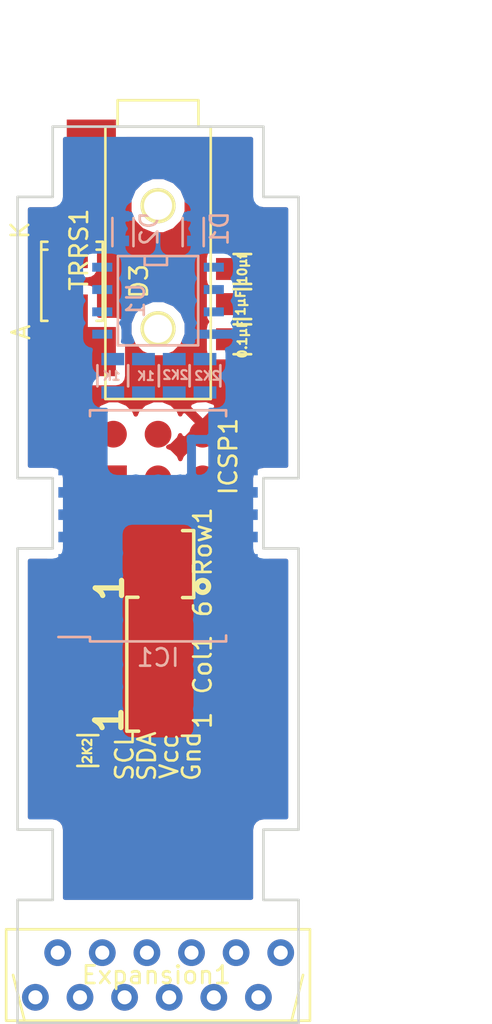
<source format=kicad_pcb>
(kicad_pcb (version 4) (host pcbnew 4.0.5+dfsg1-4)

  (general
    (links 62)
    (no_connects 54)
    (area 41.924999 44.924999 58.075001 96.075001)
    (thickness 1.6)
    (drawings 36)
    (tracks 0)
    (zones 0)
    (modules 19)
    (nets 22)
  )

  (page A4)
  (layers
    (0 F.Cu signal)
    (31 B.Cu signal)
    (32 B.Adhes user hide)
    (33 F.Adhes user hide)
    (34 B.Paste user hide)
    (35 F.Paste user hide)
    (36 B.SilkS user)
    (37 F.SilkS user)
    (38 B.Mask user hide)
    (39 F.Mask user hide)
    (40 Dwgs.User user)
    (41 Cmts.User user)
    (42 Eco1.User user)
    (43 Eco2.User user)
    (44 Edge.Cuts user)
    (45 Margin user)
    (46 B.CrtYd user hide)
    (47 F.CrtYd user)
    (48 B.Fab user hide)
    (49 F.Fab user hide)
  )

  (setup
    (last_trace_width 0.25)
    (user_trace_width 0.6)
    (trace_clearance 0.2)
    (zone_clearance 0.508)
    (zone_45_only no)
    (trace_min 0.2)
    (segment_width 0.2)
    (edge_width 0.15)
    (via_size 0.6)
    (via_drill 0.4)
    (via_min_size 0.4)
    (via_min_drill 0.3)
    (uvia_size 0.3)
    (uvia_drill 0.1)
    (uvias_allowed no)
    (uvia_min_size 0.2)
    (uvia_min_drill 0.1)
    (pcb_text_width 0.3)
    (pcb_text_size 1.5 1.5)
    (mod_edge_width 0.15)
    (mod_text_size 1 1)
    (mod_text_width 0.15)
    (pad_size 1.6 3.4)
    (pad_drill 0)
    (pad_to_mask_clearance 0.2)
    (aux_axis_origin 50 45)
    (visible_elements FFFFFF7F)
    (pcbplotparams
      (layerselection 0x00030_80000001)
      (usegerberextensions false)
      (excludeedgelayer true)
      (linewidth 0.100000)
      (plotframeref false)
      (viasonmask false)
      (mode 1)
      (useauxorigin false)
      (hpglpennumber 1)
      (hpglpenspeed 20)
      (hpglpendiameter 15)
      (hpglpenoverlay 2)
      (psnegative false)
      (psa4output false)
      (plotreference true)
      (plotvalue true)
      (plotinvisibletext false)
      (padsonsilk false)
      (subtractmaskfromsilk false)
      (outputformat 1)
      (mirror false)
      (drillshape 1)
      (scaleselection 1)
      (outputdirectory ""))
  )

  (net 0 "")
  (net 1 "Net-(Col1-Pad1)")
  (net 2 "Net-(Col1-Pad2)")
  (net 3 "Net-(Col1-Pad3)")
  (net 4 "Net-(Col1-Pad4)")
  (net 5 "Net-(Col1-Pad5)")
  (net 6 "Net-(Col1-Pad6)")
  (net 7 /MiSo)
  (net 8 +5V)
  (net 9 /SCL_2)
  (net 10 /MoSi)
  (net 11 /Rst)
  (net 12 GND)
  (net 13 "Net-(IC1-Pad4)")
  (net 14 "Net-(IC1-Pad7)")
  (net 15 /SCL)
  (net 16 /SDA)
  (net 17 /ADC_V)
  (net 18 /ADC_H+int0)
  (net 19 /I2C_bridge/SCL_connector)
  (net 20 /I2C_bridge/SDA_connector)
  (net 21 "Net-(D3-Pad2)")

  (net_class Default "This is the default net class."
    (clearance 0.2)
    (trace_width 0.25)
    (via_dia 0.6)
    (via_drill 0.4)
    (uvia_dia 0.3)
    (uvia_drill 0.1)
    (add_net +5V)
    (add_net /ADC_H+int0)
    (add_net /ADC_V)
    (add_net /I2C_bridge/SCL_connector)
    (add_net /I2C_bridge/SDA_connector)
    (add_net /MiSo)
    (add_net /MoSi)
    (add_net /Rst)
    (add_net /SCL)
    (add_net /SCL_2)
    (add_net /SDA)
    (add_net GND)
    (add_net "Net-(Col1-Pad1)")
    (add_net "Net-(Col1-Pad2)")
    (add_net "Net-(Col1-Pad3)")
    (add_net "Net-(Col1-Pad4)")
    (add_net "Net-(Col1-Pad5)")
    (add_net "Net-(Col1-Pad6)")
    (add_net "Net-(D3-Pad2)")
    (add_net "Net-(IC1-Pad4)")
    (add_net "Net-(IC1-Pad7)")
  )

  (net_class power ""
    (clearance 0.3)
    (trace_width 0.4)
    (via_dia 0.8)
    (via_drill 0.6)
    (uvia_dia 0.3)
    (uvia_drill 0.1)
  )

  (module Housings_SOIC:SOIC-20W_7.5x12.8mm_Pitch1.27mm (layer B.Cu) (tedit 57503549) (tstamp 58E6045C)
    (at 50 67.715)
    (descr "20-Lead Plastic Small Outline (SO) - Wide, 7.50 mm Body [SOIC] (see Microchip Packaging Specification 00000049BS.pdf)")
    (tags "SOIC 1.27")
    (path /58E28365)
    (attr smd)
    (fp_text reference IC1 (at 0 7.5) (layer B.SilkS)
      (effects (font (size 1 1) (thickness 0.15)) (justify mirror))
    )
    (fp_text value ATTINY861A-S (at 0 -7.5) (layer B.Fab)
      (effects (font (size 1 1) (thickness 0.15)) (justify mirror))
    )
    (fp_line (start -2.75 6.4) (end 3.75 6.4) (layer B.Fab) (width 0.15))
    (fp_line (start 3.75 6.4) (end 3.75 -6.4) (layer B.Fab) (width 0.15))
    (fp_line (start 3.75 -6.4) (end -3.75 -6.4) (layer B.Fab) (width 0.15))
    (fp_line (start -3.75 -6.4) (end -3.75 5.4) (layer B.Fab) (width 0.15))
    (fp_line (start -3.75 5.4) (end -2.75 6.4) (layer B.Fab) (width 0.15))
    (fp_line (start -5.95 6.75) (end -5.95 -6.75) (layer B.CrtYd) (width 0.05))
    (fp_line (start 5.95 6.75) (end 5.95 -6.75) (layer B.CrtYd) (width 0.05))
    (fp_line (start -5.95 6.75) (end 5.95 6.75) (layer B.CrtYd) (width 0.05))
    (fp_line (start -5.95 -6.75) (end 5.95 -6.75) (layer B.CrtYd) (width 0.05))
    (fp_line (start -3.875 6.575) (end -3.875 6.325) (layer B.SilkS) (width 0.15))
    (fp_line (start 3.875 6.575) (end 3.875 6.24) (layer B.SilkS) (width 0.15))
    (fp_line (start 3.875 -6.575) (end 3.875 -6.24) (layer B.SilkS) (width 0.15))
    (fp_line (start -3.875 -6.575) (end -3.875 -6.24) (layer B.SilkS) (width 0.15))
    (fp_line (start -3.875 6.575) (end 3.875 6.575) (layer B.SilkS) (width 0.15))
    (fp_line (start -3.875 -6.575) (end 3.875 -6.575) (layer B.SilkS) (width 0.15))
    (fp_line (start -3.875 6.325) (end -5.675 6.325) (layer B.SilkS) (width 0.15))
    (pad 1 smd rect (at -4.7 5.715) (size 1.95 0.6) (layers B.Cu B.Paste B.Mask)
      (net 10 /MoSi))
    (pad 2 smd rect (at -4.7 4.445) (size 1.95 0.6) (layers B.Cu B.Paste B.Mask)
      (net 7 /MiSo))
    (pad 3 smd rect (at -4.7 3.175) (size 1.95 0.6) (layers B.Cu B.Paste B.Mask)
      (net 9 /SCL_2))
    (pad 4 smd rect (at -4.7 1.905) (size 1.95 0.6) (layers B.Cu B.Paste B.Mask)
      (net 13 "Net-(IC1-Pad4)"))
    (pad 5 smd rect (at -4.7 0.635) (size 1.95 0.6) (layers B.Cu B.Paste B.Mask)
      (net 8 +5V))
    (pad 6 smd rect (at -4.7 -0.635) (size 1.95 0.6) (layers B.Cu B.Paste B.Mask)
      (net 12 GND))
    (pad 7 smd rect (at -4.7 -1.905) (size 1.95 0.6) (layers B.Cu B.Paste B.Mask)
      (net 14 "Net-(IC1-Pad7)"))
    (pad 8 smd rect (at -4.7 -3.175) (size 1.95 0.6) (layers B.Cu B.Paste B.Mask)
      (net 17 /ADC_V))
    (pad 9 smd rect (at -4.7 -4.445) (size 1.95 0.6) (layers B.Cu B.Paste B.Mask)
      (net 18 /ADC_H+int0))
    (pad 10 smd rect (at -4.7 -5.715) (size 1.95 0.6) (layers B.Cu B.Paste B.Mask)
      (net 11 /Rst))
    (pad 11 smd rect (at 4.7 -5.715) (size 1.95 0.6) (layers B.Cu B.Paste B.Mask)
      (net 6 "Net-(Col1-Pad6)"))
    (pad 12 smd rect (at 4.7 -4.445) (size 1.95 0.6) (layers B.Cu B.Paste B.Mask)
      (net 5 "Net-(Col1-Pad5)"))
    (pad 13 smd rect (at 4.7 -3.175) (size 1.95 0.6) (layers B.Cu B.Paste B.Mask)
      (net 4 "Net-(Col1-Pad4)"))
    (pad 14 smd rect (at 4.7 -1.905) (size 1.95 0.6) (layers B.Cu B.Paste B.Mask)
      (net 3 "Net-(Col1-Pad3)"))
    (pad 15 smd rect (at 4.7 -0.635) (size 1.95 0.6) (layers B.Cu B.Paste B.Mask)
      (net 8 +5V))
    (pad 16 smd rect (at 4.7 0.635) (size 1.95 0.6) (layers B.Cu B.Paste B.Mask)
      (net 12 GND))
    (pad 17 smd rect (at 4.7 1.905) (size 1.95 0.6) (layers B.Cu B.Paste B.Mask)
      (net 2 "Net-(Col1-Pad2)"))
    (pad 18 smd rect (at 4.7 3.175) (size 1.95 0.6) (layers B.Cu B.Paste B.Mask)
      (net 15 /SCL))
    (pad 19 smd rect (at 4.7 4.445) (size 1.95 0.6) (layers B.Cu B.Paste B.Mask)
      (net 1 "Net-(Col1-Pad1)"))
    (pad 20 smd rect (at 4.7 5.715) (size 1.95 0.6) (layers B.Cu B.Paste B.Mask)
      (net 16 /SDA))
    (model Housings_SOIC.3dshapes/SOIC-20_7.5x12.8mm_Pitch1.27mm.wrl
      (at (xyz 0 0 0))
      (scale (xyz 1 1 1))
      (rotate (xyz 0 0 0))
    )
  )

  (module myComponents:solderPads_4_Grove_I2C (layer F.Cu) (tedit 58E53D59) (tstamp 58E55026)
    (at 50 84)
    (path /58E54ECF)
    (fp_text reference I2C1 (at 0.635 2.54) (layer F.SilkS) hide
      (effects (font (size 1 1) (thickness 0.15)))
    )
    (fp_text value CONN_01X04 (at 0.635 2.54) (layer F.Fab)
      (effects (font (size 1 1) (thickness 0.15)))
    )
    (fp_text user SDA (at -0.635 -3.175 90) (layer F.SilkS)
      (effects (font (size 1 1) (thickness 0.15)))
    )
    (fp_text user SCL (at -1.905 -3.175 90) (layer F.SilkS)
      (effects (font (size 1 1) (thickness 0.15)))
    )
    (fp_text user Gnd (at 1.905 -3.175 90) (layer F.SilkS)
      (effects (font (size 1 1) (thickness 0.15)))
    )
    (fp_text user Vcc (at 0.635 -3.175 90) (layer F.SilkS)
      (effects (font (size 1 1) (thickness 0.15)))
    )
    (pad 1 smd rect (at -1.905 0) (size 0.9 3) (layers F.Cu F.Paste F.Mask)
      (net 16 /SDA))
    (pad 2 smd rect (at -0.635 0) (size 0.9 3) (layers F.Cu F.Paste F.Mask)
      (net 15 /SCL))
    (pad 3 smd rect (at 0.635 0) (size 0.9 3) (layers F.Cu F.Paste F.Mask)
      (net 8 +5V))
    (pad 4 smd rect (at 1.905 0) (size 0.9 3) (layers F.Cu F.Paste F.Mask)
      (net 12 GND))
  )

  (module Capacitors_SMD:C_0805 (layer F.Cu) (tedit 58E6699A) (tstamp 58E665DA)
    (at 54.8 53.1)
    (descr "Capacitor SMD 0805, reflow soldering, AVX (see smccp.pdf)")
    (tags "capacitor 0805")
    (path /58E667B4/58E68B64)
    (attr smd)
    (fp_text reference C1 (at 2.5 0) (layer F.Fab)
      (effects (font (size 1 1) (thickness 0.15)))
    )
    (fp_text value 10µf (at 0 0 270) (layer F.SilkS)
      (effects (font (size 0.5 0.5) (thickness 0.125)))
    )
    (fp_line (start -1 0.625) (end -1 -0.625) (layer F.Fab) (width 0.15))
    (fp_line (start 1 0.625) (end -1 0.625) (layer F.Fab) (width 0.15))
    (fp_line (start 1 -0.625) (end 1 0.625) (layer F.Fab) (width 0.15))
    (fp_line (start -1 -0.625) (end 1 -0.625) (layer F.Fab) (width 0.15))
    (fp_line (start -1.8 -1) (end 1.8 -1) (layer F.CrtYd) (width 0.05))
    (fp_line (start -1.8 1) (end 1.8 1) (layer F.CrtYd) (width 0.05))
    (fp_line (start -1.8 -1) (end -1.8 1) (layer F.CrtYd) (width 0.05))
    (fp_line (start 1.8 -1) (end 1.8 1) (layer F.CrtYd) (width 0.05))
    (fp_line (start 0.5 -0.85) (end -0.5 -0.85) (layer F.SilkS) (width 0.15))
    (fp_line (start -0.5 0.85) (end 0.5 0.85) (layer F.SilkS) (width 0.15))
    (pad 1 smd rect (at -1 0) (size 1 1.25) (layers F.Cu F.Paste F.Mask)
      (net 8 +5V))
    (pad 2 smd rect (at 1 0) (size 1 1.25) (layers F.Cu F.Paste F.Mask)
      (net 12 GND))
    (model Capacitors_SMD.3dshapes/C_0805.wrl
      (at (xyz 0 0 0))
      (scale (xyz 1 1 1))
      (rotate (xyz 0 0 0))
    )
  )

  (module Capacitors_SMD:C_0805 (layer F.Cu) (tedit 58E669AE) (tstamp 58E665EA)
    (at 54.8 55.1)
    (descr "Capacitor SMD 0805, reflow soldering, AVX (see smccp.pdf)")
    (tags "capacitor 0805")
    (path /58E667B4/58E68B6B)
    (attr smd)
    (fp_text reference C2 (at 2.404999 -0.065) (layer F.Fab)
      (effects (font (size 1 1) (thickness 0.15)))
    )
    (fp_text value 1µF (at -0.095001 -0.065 270) (layer F.SilkS)
      (effects (font (size 0.5 0.5) (thickness 0.125)))
    )
    (fp_line (start -1 0.625) (end -1 -0.625) (layer F.Fab) (width 0.15))
    (fp_line (start 1 0.625) (end -1 0.625) (layer F.Fab) (width 0.15))
    (fp_line (start 1 -0.625) (end 1 0.625) (layer F.Fab) (width 0.15))
    (fp_line (start -1 -0.625) (end 1 -0.625) (layer F.Fab) (width 0.15))
    (fp_line (start -1.8 -1) (end 1.8 -1) (layer F.CrtYd) (width 0.05))
    (fp_line (start -1.8 1) (end 1.8 1) (layer F.CrtYd) (width 0.05))
    (fp_line (start -1.8 -1) (end -1.8 1) (layer F.CrtYd) (width 0.05))
    (fp_line (start 1.8 -1) (end 1.8 1) (layer F.CrtYd) (width 0.05))
    (fp_line (start 0.5 -0.85) (end -0.5 -0.85) (layer F.SilkS) (width 0.15))
    (fp_line (start -0.5 0.85) (end 0.5 0.85) (layer F.SilkS) (width 0.15))
    (pad 1 smd rect (at -1 0) (size 1 1.25) (layers F.Cu F.Paste F.Mask)
      (net 8 +5V))
    (pad 2 smd rect (at 1 0) (size 1 1.25) (layers F.Cu F.Paste F.Mask)
      (net 12 GND))
    (model Capacitors_SMD.3dshapes/C_0805.wrl
      (at (xyz 0 0 0))
      (scale (xyz 1 1 1))
      (rotate (xyz 0 0 0))
    )
  )

  (module Capacitors_SMD:C_0805 (layer F.Cu) (tedit 58E669DD) (tstamp 58E665FA)
    (at 54.8 57.1)
    (descr "Capacitor SMD 0805, reflow soldering, AVX (see smccp.pdf)")
    (tags "capacitor 0805")
    (path /58E667B4/58E68B72)
    (attr smd)
    (fp_text reference C3 (at 2.5 0) (layer F.Fab)
      (effects (font (size 1 1) (thickness 0.15)))
    )
    (fp_text value 0.1µF (at 0 0 270) (layer F.SilkS)
      (effects (font (size 0.5 0.5) (thickness 0.125)))
    )
    (fp_line (start -1 0.625) (end -1 -0.625) (layer F.Fab) (width 0.15))
    (fp_line (start 1 0.625) (end -1 0.625) (layer F.Fab) (width 0.15))
    (fp_line (start 1 -0.625) (end 1 0.625) (layer F.Fab) (width 0.15))
    (fp_line (start -1 -0.625) (end 1 -0.625) (layer F.Fab) (width 0.15))
    (fp_line (start -1.8 -1) (end 1.8 -1) (layer F.CrtYd) (width 0.05))
    (fp_line (start -1.8 1) (end 1.8 1) (layer F.CrtYd) (width 0.05))
    (fp_line (start -1.8 -1) (end -1.8 1) (layer F.CrtYd) (width 0.05))
    (fp_line (start 1.8 -1) (end 1.8 1) (layer F.CrtYd) (width 0.05))
    (fp_line (start 0.5 -0.85) (end -0.5 -0.85) (layer F.SilkS) (width 0.15))
    (fp_line (start -0.5 0.85) (end 0.5 0.85) (layer F.SilkS) (width 0.15))
    (pad 1 smd rect (at -1 0) (size 1 1.25) (layers F.Cu F.Paste F.Mask)
      (net 8 +5V))
    (pad 2 smd rect (at 1 0) (size 1 1.25) (layers F.Cu F.Paste F.Mask)
      (net 12 GND))
    (model Capacitors_SMD.3dshapes/C_0805.wrl
      (at (xyz 0 0 0))
      (scale (xyz 1 1 1))
      (rotate (xyz 0 0 0))
    )
  )

  (module Diodes_SMD:SOD-523 (layer B.Cu) (tedit 0) (tstamp 58E665FB)
    (at 52 50.8 90)
    (descr "http://www.diodes.com/datasheets/ap02001.pdf p.144")
    (tags "Diode SOD523")
    (path /58E667B4/58E68B27)
    (attr smd)
    (fp_text reference D1 (at 0 1.5 90) (layer B.SilkS)
      (effects (font (size 1 1) (thickness 0.15)) (justify mirror))
    )
    (fp_text value VESD05a1 (at 0 -1.7 90) (layer B.Fab)
      (effects (font (size 1 1) (thickness 0.15)) (justify mirror))
    )
    (fp_line (start 1.25 0.75) (end 1.25 -0.75) (layer B.CrtYd) (width 0.05))
    (fp_line (start -1.25 0.75) (end 1.25 0.75) (layer B.CrtYd) (width 0.05))
    (fp_line (start -1.25 -0.75) (end -1.25 0.75) (layer B.CrtYd) (width 0.05))
    (fp_line (start 1.25 -0.75) (end -1.25 -0.75) (layer B.CrtYd) (width 0.05))
    (fp_line (start 0.1 0) (end 0.25 0) (layer B.Fab) (width 0.15))
    (fp_line (start 0.1 0.2) (end -0.2 0) (layer B.Fab) (width 0.15))
    (fp_line (start 0.1 -0.2) (end 0.1 0.2) (layer B.Fab) (width 0.15))
    (fp_line (start -0.2 0) (end 0.1 -0.2) (layer B.Fab) (width 0.15))
    (fp_line (start -0.2 0) (end -0.35 0) (layer B.Fab) (width 0.15))
    (fp_line (start -0.2 -0.2) (end -0.2 0.2) (layer B.Fab) (width 0.15))
    (fp_line (start 0.6 0.4) (end 0.6 -0.4) (layer B.Fab) (width 0.15))
    (fp_line (start -0.6 0.4) (end 0.6 0.4) (layer B.Fab) (width 0.15))
    (fp_line (start -0.6 -0.4) (end -0.6 0.4) (layer B.Fab) (width 0.15))
    (fp_line (start 0.6 -0.4) (end -0.6 -0.4) (layer B.Fab) (width 0.15))
    (fp_line (start 0.6 0.6) (end -1 0.6) (layer B.SilkS) (width 0.15))
    (fp_line (start 0.6 -0.6) (end -1 -0.6) (layer B.SilkS) (width 0.15))
    (pad 2 smd rect (at 0.7 0 270) (size 0.6 0.7) (layers B.Cu B.Paste B.Mask)
      (net 12 GND))
    (pad 1 smd rect (at -0.7 0 270) (size 0.6 0.7) (layers B.Cu B.Paste B.Mask)
      (net 19 /I2C_bridge/SCL_connector))
  )

  (module Diodes_SMD:SOD-523 (layer B.Cu) (tedit 0) (tstamp 58E66625)
    (at 48 50.8 90)
    (descr "http://www.diodes.com/datasheets/ap02001.pdf p.144")
    (tags "Diode SOD523")
    (path /58E667B4/58E68B2E)
    (attr smd)
    (fp_text reference D2 (at 0 1.5 90) (layer B.SilkS)
      (effects (font (size 1 1) (thickness 0.15)) (justify mirror))
    )
    (fp_text value VESD05a1 (at 0 -1.7 90) (layer B.Fab)
      (effects (font (size 1 1) (thickness 0.15)) (justify mirror))
    )
    (fp_line (start 1.25 0.75) (end 1.25 -0.75) (layer B.CrtYd) (width 0.05))
    (fp_line (start -1.25 0.75) (end 1.25 0.75) (layer B.CrtYd) (width 0.05))
    (fp_line (start -1.25 -0.75) (end -1.25 0.75) (layer B.CrtYd) (width 0.05))
    (fp_line (start 1.25 -0.75) (end -1.25 -0.75) (layer B.CrtYd) (width 0.05))
    (fp_line (start 0.1 0) (end 0.25 0) (layer B.Fab) (width 0.15))
    (fp_line (start 0.1 0.2) (end -0.2 0) (layer B.Fab) (width 0.15))
    (fp_line (start 0.1 -0.2) (end 0.1 0.2) (layer B.Fab) (width 0.15))
    (fp_line (start -0.2 0) (end 0.1 -0.2) (layer B.Fab) (width 0.15))
    (fp_line (start -0.2 0) (end -0.35 0) (layer B.Fab) (width 0.15))
    (fp_line (start -0.2 -0.2) (end -0.2 0.2) (layer B.Fab) (width 0.15))
    (fp_line (start 0.6 0.4) (end 0.6 -0.4) (layer B.Fab) (width 0.15))
    (fp_line (start -0.6 0.4) (end 0.6 0.4) (layer B.Fab) (width 0.15))
    (fp_line (start -0.6 -0.4) (end -0.6 0.4) (layer B.Fab) (width 0.15))
    (fp_line (start 0.6 -0.4) (end -0.6 -0.4) (layer B.Fab) (width 0.15))
    (fp_line (start 0.6 0.6) (end -1 0.6) (layer B.SilkS) (width 0.15))
    (fp_line (start 0.6 -0.6) (end -1 -0.6) (layer B.SilkS) (width 0.15))
    (pad 2 smd rect (at 0.7 0 270) (size 0.6 0.7) (layers B.Cu B.Paste B.Mask)
      (net 12 GND))
    (pad 1 smd rect (at -0.7 0 270) (size 0.6 0.7) (layers B.Cu B.Paste B.Mask)
      (net 20 /I2C_bridge/SDA_connector))
  )

  (module Diodes_SMD:SMA_Standard (layer F.Cu) (tedit 552FF239) (tstamp 58E6663A)
    (at 45.1 53.80102 270)
    (descr "Diode SMA")
    (tags "Diode SMA")
    (path /58E2BB79)
    (attr smd)
    (fp_text reference D3 (at 0 -3.81 270) (layer F.SilkS)
      (effects (font (size 1 1) (thickness 0.15)))
    )
    (fp_text value SS14 (at 0 4.3 270) (layer F.Fab)
      (effects (font (size 1 1) (thickness 0.15)))
    )
    (fp_line (start -3.5 -2) (end 3.5 -2) (layer F.CrtYd) (width 0.05))
    (fp_line (start 3.5 -2) (end 3.5 2) (layer F.CrtYd) (width 0.05))
    (fp_line (start 3.5 2) (end -3.5 2) (layer F.CrtYd) (width 0.05))
    (fp_line (start -3.5 2) (end -3.5 -2) (layer F.CrtYd) (width 0.05))
    (fp_text user K (at -2.9 2.95 270) (layer F.SilkS)
      (effects (font (size 1 1) (thickness 0.15)))
    )
    (fp_text user A (at 2.9 2.9 270) (layer F.SilkS)
      (effects (font (size 1 1) (thickness 0.15)))
    )
    (fp_circle (center 0 0) (end 0.20066 -0.0508) (layer F.Adhes) (width 0.381))
    (fp_line (start -1.79914 1.75006) (end -1.79914 1.39954) (layer F.SilkS) (width 0.15))
    (fp_line (start -1.79914 -1.75006) (end -1.79914 -1.39954) (layer F.SilkS) (width 0.15))
    (fp_line (start 2.25044 1.75006) (end 2.25044 1.39954) (layer F.SilkS) (width 0.15))
    (fp_line (start -2.25044 1.75006) (end -2.25044 1.39954) (layer F.SilkS) (width 0.15))
    (fp_line (start -2.25044 -1.75006) (end -2.25044 -1.39954) (layer F.SilkS) (width 0.15))
    (fp_line (start 2.25044 -1.75006) (end 2.25044 -1.39954) (layer F.SilkS) (width 0.15))
    (fp_line (start -2.25044 1.75006) (end 2.25044 1.75006) (layer F.SilkS) (width 0.15))
    (fp_line (start -2.25044 -1.75006) (end 2.25044 -1.75006) (layer F.SilkS) (width 0.15))
    (pad 1 smd rect (at -1.99898 0 270) (size 2.49936 1.80086) (layers F.Cu F.Paste F.Mask)
      (net 8 +5V))
    (pad 2 smd rect (at 1.99898 0 270) (size 2.49936 1.80086) (layers F.Cu F.Paste F.Mask)
      (net 21 "Net-(D3-Pad2)"))
    (model Diodes_SMD.3dshapes/SMA_Standard.wrl
      (at (xyz 0 0 0))
      (scale (xyz 0.3937 0.3937 0.3937))
      (rotate (xyz 0 0 180))
    )
  )

  (module SMD_Packages:SOIC-8-N (layer B.Cu) (tedit 0) (tstamp 58E6668D)
    (at 50 54.905 270)
    (descr "Module Narrow CMS SOJ 8 pins large")
    (tags "CMS SOJ")
    (path /58E667B4/58E68B1E)
    (attr smd)
    (fp_text reference U1 (at 0 1.27 270) (layer B.SilkS)
      (effects (font (size 1 1) (thickness 0.15)) (justify mirror))
    )
    (fp_text value P82B715 (at 0 -1.27 270) (layer B.Fab)
      (effects (font (size 1 1) (thickness 0.15)) (justify mirror))
    )
    (fp_line (start -2.54 2.286) (end 2.54 2.286) (layer B.SilkS) (width 0.15))
    (fp_line (start 2.54 2.286) (end 2.54 -2.286) (layer B.SilkS) (width 0.15))
    (fp_line (start 2.54 -2.286) (end -2.54 -2.286) (layer B.SilkS) (width 0.15))
    (fp_line (start -2.54 -2.286) (end -2.54 2.286) (layer B.SilkS) (width 0.15))
    (fp_line (start -2.54 0.762) (end -2.032 0.762) (layer B.SilkS) (width 0.15))
    (fp_line (start -2.032 0.762) (end -2.032 -0.508) (layer B.SilkS) (width 0.15))
    (fp_line (start -2.032 -0.508) (end -2.54 -0.508) (layer B.SilkS) (width 0.15))
    (pad 8 smd rect (at -1.905 3.175 270) (size 0.508 1.143) (layers B.Cu B.Paste B.Mask)
      (net 8 +5V))
    (pad 7 smd rect (at -0.635 3.175 270) (size 0.508 1.143) (layers B.Cu B.Paste B.Mask)
      (net 19 /I2C_bridge/SCL_connector))
    (pad 6 smd rect (at 0.635 3.175 270) (size 0.508 1.143) (layers B.Cu B.Paste B.Mask)
      (net 15 /SCL))
    (pad 5 smd rect (at 1.905 3.175 270) (size 0.508 1.143) (layers B.Cu B.Paste B.Mask))
    (pad 4 smd rect (at 1.905 -3.175 270) (size 0.508 1.143) (layers B.Cu B.Paste B.Mask)
      (net 12 GND))
    (pad 3 smd rect (at 0.635 -3.175 270) (size 0.508 1.143) (layers B.Cu B.Paste B.Mask)
      (net 16 /SDA))
    (pad 2 smd rect (at -0.635 -3.175 270) (size 0.508 1.143) (layers B.Cu B.Paste B.Mask)
      (net 20 /I2C_bridge/SDA_connector))
    (pad 1 smd rect (at -1.905 -3.175 270) (size 0.508 1.143) (layers B.Cu B.Paste B.Mask))
    (model SMD_Packages.3dshapes/SOIC-8-N.wrl
      (at (xyz 0 0 0))
      (scale (xyz 0.5 0.38 0.5))
      (rotate (xyz 0 0 0))
    )
  )

  (module Resistors_SMD:R_0805 (layer B.Cu) (tedit 58E66A9B) (tstamp 58E67486)
    (at 47.421242 59.177666 270)
    (descr "Resistor SMD 0805, reflow soldering, Vishay (see dcrcw.pdf)")
    (tags "resistor 0805")
    (path /58E667B4/58E68B35)
    (attr smd)
    (fp_text reference R1 (at 2.254999 0.065 270) (layer B.Fab)
      (effects (font (size 1 1) (thickness 0.15)) (justify mirror))
    )
    (fp_text value 1K (at 0.004999 0.065 360) (layer B.SilkS)
      (effects (font (size 0.5 0.5) (thickness 0.125)) (justify mirror))
    )
    (fp_line (start -1 -0.625) (end -1 0.625) (layer B.Fab) (width 0.1))
    (fp_line (start 1 -0.625) (end -1 -0.625) (layer B.Fab) (width 0.1))
    (fp_line (start 1 0.625) (end 1 -0.625) (layer B.Fab) (width 0.1))
    (fp_line (start -1 0.625) (end 1 0.625) (layer B.Fab) (width 0.1))
    (fp_line (start -1.6 1) (end 1.6 1) (layer B.CrtYd) (width 0.05))
    (fp_line (start -1.6 -1) (end 1.6 -1) (layer B.CrtYd) (width 0.05))
    (fp_line (start -1.6 1) (end -1.6 -1) (layer B.CrtYd) (width 0.05))
    (fp_line (start 1.6 1) (end 1.6 -1) (layer B.CrtYd) (width 0.05))
    (fp_line (start 0.6 -0.875) (end -0.6 -0.875) (layer B.SilkS) (width 0.15))
    (fp_line (start -0.6 0.875) (end 0.6 0.875) (layer B.SilkS) (width 0.15))
    (pad 1 smd rect (at -0.95 0 270) (size 0.7 1.3) (layers B.Cu B.Paste B.Mask)
      (net 19 /I2C_bridge/SCL_connector))
    (pad 2 smd rect (at 0.95 0 270) (size 0.7 1.3) (layers B.Cu B.Paste B.Mask)
      (net 8 +5V))
    (model Resistors_SMD.3dshapes/R_0805.wrl
      (at (xyz 0 0 0))
      (scale (xyz 1 1 1))
      (rotate (xyz 0 0 0))
    )
  )

  (module Resistors_SMD:R_0805 (layer B.Cu) (tedit 58E66A6F) (tstamp 58E67495)
    (at 49.171242 59.177666 270)
    (descr "Resistor SMD 0805, reflow soldering, Vishay (see dcrcw.pdf)")
    (tags "resistor 0805")
    (path /58E667B4/58E68B3C)
    (attr smd)
    (fp_text reference R2 (at 2.264999 0.115 270) (layer B.Fab)
      (effects (font (size 1 1) (thickness 0.15)) (justify mirror))
    )
    (fp_text value 1K (at 0.014999 -0.135 360) (layer B.SilkS)
      (effects (font (size 0.5 0.5) (thickness 0.125)) (justify mirror))
    )
    (fp_line (start -1 -0.625) (end -1 0.625) (layer B.Fab) (width 0.1))
    (fp_line (start 1 -0.625) (end -1 -0.625) (layer B.Fab) (width 0.1))
    (fp_line (start 1 0.625) (end 1 -0.625) (layer B.Fab) (width 0.1))
    (fp_line (start -1 0.625) (end 1 0.625) (layer B.Fab) (width 0.1))
    (fp_line (start -1.6 1) (end 1.6 1) (layer B.CrtYd) (width 0.05))
    (fp_line (start -1.6 -1) (end 1.6 -1) (layer B.CrtYd) (width 0.05))
    (fp_line (start -1.6 1) (end -1.6 -1) (layer B.CrtYd) (width 0.05))
    (fp_line (start 1.6 1) (end 1.6 -1) (layer B.CrtYd) (width 0.05))
    (fp_line (start 0.6 -0.875) (end -0.6 -0.875) (layer B.SilkS) (width 0.15))
    (fp_line (start -0.6 0.875) (end 0.6 0.875) (layer B.SilkS) (width 0.15))
    (pad 1 smd rect (at -0.95 0 270) (size 0.7 1.3) (layers B.Cu B.Paste B.Mask)
      (net 20 /I2C_bridge/SDA_connector))
    (pad 2 smd rect (at 0.95 0 270) (size 0.7 1.3) (layers B.Cu B.Paste B.Mask)
      (net 8 +5V))
    (model Resistors_SMD.3dshapes/R_0805.wrl
      (at (xyz 0 0 0))
      (scale (xyz 1 1 1))
      (rotate (xyz 0 0 0))
    )
  )

  (module Resistors_SMD:R_0805 (layer B.Cu) (tedit 58E66AB2) (tstamp 58E674A4)
    (at 50.921242 59.177666 270)
    (descr "Resistor SMD 0805, reflow soldering, Vishay (see dcrcw.pdf)")
    (tags "resistor 0805")
    (path /58E667B4/58E68B4A)
    (attr smd)
    (fp_text reference R3 (at 2.204999 -0.065 270) (layer B.Fab)
      (effects (font (size 1 1) (thickness 0.15)) (justify mirror))
    )
    (fp_text value 2K2 (at -0.045001 -0.065 360) (layer B.SilkS)
      (effects (font (size 0.5 0.5) (thickness 0.125)) (justify mirror))
    )
    (fp_line (start -1 -0.625) (end -1 0.625) (layer B.Fab) (width 0.1))
    (fp_line (start 1 -0.625) (end -1 -0.625) (layer B.Fab) (width 0.1))
    (fp_line (start 1 0.625) (end 1 -0.625) (layer B.Fab) (width 0.1))
    (fp_line (start -1 0.625) (end 1 0.625) (layer B.Fab) (width 0.1))
    (fp_line (start -1.6 1) (end 1.6 1) (layer B.CrtYd) (width 0.05))
    (fp_line (start -1.6 -1) (end 1.6 -1) (layer B.CrtYd) (width 0.05))
    (fp_line (start -1.6 1) (end -1.6 -1) (layer B.CrtYd) (width 0.05))
    (fp_line (start 1.6 1) (end 1.6 -1) (layer B.CrtYd) (width 0.05))
    (fp_line (start 0.6 -0.875) (end -0.6 -0.875) (layer B.SilkS) (width 0.15))
    (fp_line (start -0.6 0.875) (end 0.6 0.875) (layer B.SilkS) (width 0.15))
    (pad 1 smd rect (at -0.95 0 270) (size 0.7 1.3) (layers B.Cu B.Paste B.Mask)
      (net 15 /SCL))
    (pad 2 smd rect (at 0.95 0 270) (size 0.7 1.3) (layers B.Cu B.Paste B.Mask)
      (net 8 +5V))
    (model Resistors_SMD.3dshapes/R_0805.wrl
      (at (xyz 0 0 0))
      (scale (xyz 1 1 1))
      (rotate (xyz 0 0 0))
    )
  )

  (module Resistors_SMD:R_0805 (layer B.Cu) (tedit 58E66AD3) (tstamp 58E674B3)
    (at 52.671242 59.177666 270)
    (descr "Resistor SMD 0805, reflow soldering, Vishay (see dcrcw.pdf)")
    (tags "resistor 0805")
    (path /58E667B4/58E68B43)
    (attr smd)
    (fp_text reference R4 (at 2.214999 0.115 270) (layer B.Fab)
      (effects (font (size 1 1) (thickness 0.15)) (justify mirror))
    )
    (fp_text value 2K2 (at 0 -0.135 360) (layer B.SilkS)
      (effects (font (size 0.5 0.5) (thickness 0.125)) (justify mirror))
    )
    (fp_line (start -1 -0.625) (end -1 0.625) (layer B.Fab) (width 0.1))
    (fp_line (start 1 -0.625) (end -1 -0.625) (layer B.Fab) (width 0.1))
    (fp_line (start 1 0.625) (end 1 -0.625) (layer B.Fab) (width 0.1))
    (fp_line (start -1 0.625) (end 1 0.625) (layer B.Fab) (width 0.1))
    (fp_line (start -1.6 1) (end 1.6 1) (layer B.CrtYd) (width 0.05))
    (fp_line (start -1.6 -1) (end 1.6 -1) (layer B.CrtYd) (width 0.05))
    (fp_line (start -1.6 1) (end -1.6 -1) (layer B.CrtYd) (width 0.05))
    (fp_line (start 1.6 1) (end 1.6 -1) (layer B.CrtYd) (width 0.05))
    (fp_line (start 0.6 -0.875) (end -0.6 -0.875) (layer B.SilkS) (width 0.15))
    (fp_line (start -0.6 0.875) (end 0.6 0.875) (layer B.SilkS) (width 0.15))
    (pad 1 smd rect (at -0.95 0 270) (size 0.7 1.3) (layers B.Cu B.Paste B.Mask)
      (net 16 /SDA))
    (pad 2 smd rect (at 0.95 0 270) (size 0.7 1.3) (layers B.Cu B.Paste B.Mask)
      (net 8 +5V))
    (model Resistors_SMD.3dshapes/R_0805.wrl
      (at (xyz 0 0 0))
      (scale (xyz 1 1 1))
      (rotate (xyz 0 0 0))
    )
  )

  (module myComponents:solderPads_6 (layer F.Cu) (tedit 58E54D6B) (tstamp 58E67BBF)
    (at 50 75.607 90)
    (path /58E2887C)
    (fp_text reference Col1 (at 0 2.54 90) (layer F.SilkS)
      (effects (font (size 1 1) (thickness 0.15)))
    )
    (fp_text value CONN_01X06 (at 0.635 -2.54 90) (layer F.Fab)
      (effects (font (size 1 1) (thickness 0.15)))
    )
    (fp_text user 6 (at 3.175 2.54 90) (layer F.SilkS)
      (effects (font (size 1 1) (thickness 0.15)))
    )
    (fp_text user 1 (at -3.175 2.54 90) (layer F.SilkS)
      (effects (font (size 1 1) (thickness 0.15)))
    )
    (pad 1 smd rect (at -3.175 0 90) (size 0.9 3) (layers F.Cu F.Paste F.Mask)
      (net 1 "Net-(Col1-Pad1)"))
    (pad 2 smd rect (at -1.905 0 90) (size 0.9 3) (layers F.Cu F.Paste F.Mask)
      (net 2 "Net-(Col1-Pad2)"))
    (pad 3 smd rect (at -0.635 0 90) (size 0.9 3) (layers F.Cu F.Paste F.Mask)
      (net 3 "Net-(Col1-Pad3)"))
    (pad 4 smd rect (at 0.635 0 90) (size 0.9 3) (layers F.Cu F.Paste F.Mask)
      (net 4 "Net-(Col1-Pad4)"))
    (pad 5 smd rect (at 1.905 0 90) (size 0.9 3) (layers F.Cu F.Paste F.Mask)
      (net 5 "Net-(Col1-Pad5)"))
    (pad 6 smd rect (at 3.175 0 90) (size 0.9 3) (layers F.Cu F.Paste F.Mask)
      (net 6 "Net-(Col1-Pad6)"))
  )

  (module myComponents:ICSP_BIG_pads (layer F.Cu) (tedit 58E2AA5E) (tstamp 58E67BDE)
    (at 50 63.77 90)
    (path /58E2874F)
    (fp_text reference ICSP1 (at 0 4 90) (layer F.SilkS)
      (effects (font (size 1 1) (thickness 0.15)))
    )
    (fp_text value CONN_02X03 (at 0 -5.08 90) (layer F.Fab)
      (effects (font (size 1 1) (thickness 0.15)))
    )
    (pad 1 smd rect (at -1.27 -2.54 90) (size 1.524 1.524) (layers F.Cu F.Paste F.Mask)
      (net 7 /MiSo))
    (pad 2 smd circle (at 1.27 -2.54 90) (size 1.524 1.524) (layers F.Cu F.Paste F.Mask)
      (net 8 +5V))
    (pad 3 smd circle (at -1.27 0 90) (size 1.524 1.524) (layers F.Cu F.Paste F.Mask)
      (net 9 /SCL_2))
    (pad 4 smd circle (at 1.27 0 90) (size 1.524 1.524) (layers F.Cu F.Paste F.Mask)
      (net 10 /MoSi))
    (pad 5 smd circle (at -1.27 2.54 90) (size 1.524 1.524) (layers F.Cu F.Paste F.Mask)
      (net 11 /Rst))
    (pad 6 smd circle (at 1.27 2.54 90) (size 1.524 1.524) (layers F.Cu F.Paste F.Mask)
      (net 12 GND))
  )

  (module myComponents:solderPads_3 (layer F.Cu) (tedit 58E54DB4) (tstamp 58E67BE6)
    (at 50 69.892 90)
    (path /58E288CF)
    (fp_text reference Row1 (at 1.27 2.54 90) (layer F.SilkS)
      (effects (font (size 1 1) (thickness 0.15)))
    )
    (fp_text value CONN_01X03 (at 0.635 -2.54 90) (layer F.Fab)
      (effects (font (size 1 1) (thickness 0.15)))
    )
    (fp_circle (center -1.27 2.54) (end -1.27 2.2) (layer F.SilkS) (width 0.3))
    (pad 1 smd rect (at -1.27 0 90) (size 0.9 3) (layers F.Cu F.Paste F.Mask)
      (net 7 /MiSo))
    (pad 2 smd rect (at 0 0 90) (size 0.9 3) (layers F.Cu F.Paste F.Mask)
      (net 13 "Net-(IC1-Pad4)"))
    (pad 3 smd rect (at 1.27 0 90) (size 0.9 3) (layers F.Cu F.Paste F.Mask)
      (net 14 "Net-(IC1-Pad7)"))
  )

  (module myComponents:audio_smd_SJ-43514-SMT (layer F.Cu) (tedit 58E67AA0) (tstamp 58E59A50)
    (at 50 45 270)
    (path /58E2915A)
    (fp_text reference TRRS1 (at 7 4.5 270) (layer F.SilkS)
      (effects (font (size 1 1) (thickness 0.15)))
    )
    (fp_text value SJ-43514-SMT (at 6 -4 270) (layer F.Fab)
      (effects (font (size 1 1) (thickness 0.15)))
    )
    (fp_line (start 0 -3) (end 0 3) (layer F.SilkS) (width 0.15))
    (fp_line (start 0 3) (end 15.5 3) (layer F.SilkS) (width 0.15))
    (fp_line (start 15.5 3) (end 15.5 -3) (layer F.SilkS) (width 0.15))
    (fp_line (start 15.5 -3) (end 0 -3) (layer F.SilkS) (width 0.15))
    (fp_line (start 0 -2.3) (end -1.5 -2.3) (layer F.SilkS) (width 0.15))
    (fp_line (start -1.5 -2.3) (end -1.5 2.3) (layer F.SilkS) (width 0.15))
    (fp_line (start -1.5 2.3) (end 0 2.3) (layer F.SilkS) (width 0.15))
    (pad "" thru_hole circle (at 4.5 0 270) (size 2 2) (drill 1.6) (layers *.Cu *.Mask F.SilkS))
    (pad "" thru_hole circle (at 11.5 0 270) (size 2 2) (drill 1.6) (layers *.Cu *.Mask F.SilkS))
    (pad 4 smd rect (at 3.4 3.8 270) (size 2.2 2.8) (layers F.Cu F.Paste F.Mask)
      (net 20 /I2C_bridge/SDA_connector))
    (pad 2 smd rect (at 12.8 3.8 270) (size 2.8 2.8) (layers F.Cu F.Paste F.Mask)
      (net 21 "Net-(D3-Pad2)"))
    (pad 3 smd rect (at 5.3 -3.8 270) (size 2.2 2.8) (layers F.Cu F.Paste F.Mask)
      (net 19 /I2C_bridge/SCL_connector))
    (pad 1 smd rect (at 0.6 3.8 270) (size 2 2.8) (layers F.Cu F.Paste F.Mask)
      (net 12 GND))
    (model /mnt/gruscht/projects/keyboard/kicad_boards/myComponents.pretty/3d-models/audio_jack_SJ-43514-SMT.wrl
      (at (xyz 0 0 0))
      (scale (xyz 1 1 1))
      (rotate (xyz 0 0 0))
    )
  )

  (module myComponents:microMatch-12_90_THT (layer F.Cu) (tedit 58E6787B) (tstamp 58E67BC0)
    (at 50 93.27)
    (path /58E38DE5)
    (fp_text reference Expansion1 (at -0.1 0) (layer F.SilkS)
      (effects (font (size 1 1) (thickness 0.15)))
    )
    (fp_text value CONN_01X12 (at -2.54 -3.81) (layer F.Fab)
      (effects (font (size 1 1) (thickness 0.15)))
    )
    (fp_line (start 8.255 0) (end 7.62 2.54) (layer F.SilkS) (width 0.15))
    (fp_line (start -8.255 0) (end -7.62 2.54) (layer F.SilkS) (width 0.15))
    (fp_line (start 8.65 -2.6) (end -8.65 -2.6) (layer F.SilkS) (width 0.15))
    (fp_line (start -8.65 2.6) (end -8.65 -2.6) (layer F.SilkS) (width 0.15))
    (fp_line (start -8.65 2.6) (end 8.65 2.6) (layer F.SilkS) (width 0.15))
    (fp_line (start 8.65 -2.6) (end 8.65 2.6) (layer F.SilkS) (width 0.15))
    (pad 1 thru_hole circle (at -6.985 1.27) (size 1.524 1.524) (drill 0.8) (layers *.Cu *.Mask)
      (net 1 "Net-(Col1-Pad1)"))
    (pad 2 thru_hole circle (at -5.715 -1.27) (size 1.524 1.524) (drill 0.8) (layers *.Cu *.Mask)
      (net 2 "Net-(Col1-Pad2)"))
    (pad 3 thru_hole circle (at -4.445 1.27) (size 1.524 1.524) (drill 0.8) (layers *.Cu *.Mask)
      (net 3 "Net-(Col1-Pad3)"))
    (pad 4 thru_hole circle (at -3.175 -1.27) (size 1.524 1.524) (drill 0.8) (layers *.Cu *.Mask)
      (net 4 "Net-(Col1-Pad4)"))
    (pad 5 thru_hole circle (at -1.905 1.27) (size 1.524 1.524) (drill 0.8) (layers *.Cu *.Mask)
      (net 5 "Net-(Col1-Pad5)"))
    (pad 6 thru_hole circle (at -0.635 -1.27) (size 1.524 1.524) (drill 0.8) (layers *.Cu *.Mask)
      (net 6 "Net-(Col1-Pad6)"))
    (pad 7 thru_hole circle (at 0.635 1.27) (size 1.524 1.524) (drill 0.8) (layers *.Cu *.Mask)
      (net 17 /ADC_V))
    (pad 8 thru_hole circle (at 1.905 -1.27) (size 1.524 1.524) (drill 0.8) (layers *.Cu *.Mask)
      (net 18 /ADC_H+int0))
    (pad 9 thru_hole circle (at 3.175 1.27) (size 1.524 1.524) (drill 0.8) (layers *.Cu *.Mask)
      (net 10 /MoSi))
    (pad 10 thru_hole circle (at 4.445 -1.27) (size 1.524 1.524) (drill 0.8) (layers *.Cu *.Mask)
      (net 9 /SCL_2))
    (pad 11 thru_hole circle (at 5.715 1.27) (size 1.524 1.524) (drill 0.8) (layers *.Cu *.Mask)
      (net 8 +5V))
    (pad 12 thru_hole circle (at 6.985 -1.27) (size 1.524 1.524) (drill 0.8) (layers *.Cu *.Mask)
      (net 12 GND))
    (model /mnt/gruscht/projects/keyboard/kicad_boards/myComponents.pretty/3d-models/micro-match_12.wrl
      (at (xyz 0 0 0))
      (scale (xyz 1 1 1))
      (rotate (xyz 0 0 0))
    )
  )

  (module Resistors_SMD:R_0805 (layer F.Cu) (tedit 58E68734) (tstamp 58E88295)
    (at 46 80.5)
    (descr "Resistor SMD 0805, reflow soldering, Vishay (see dcrcw.pdf)")
    (tags "resistor 0805")
    (path /58E6A84A)
    (attr smd)
    (fp_text reference R5 (at -2.439 0.018 90) (layer F.Fab)
      (effects (font (size 1 1) (thickness 0.15)))
    )
    (fp_text value 2K2 (at -0.026 0.018 90) (layer F.SilkS)
      (effects (font (size 0.5 0.5) (thickness 0.125)))
    )
    (fp_line (start -1 0.625) (end -1 -0.625) (layer F.Fab) (width 0.1))
    (fp_line (start 1 0.625) (end -1 0.625) (layer F.Fab) (width 0.1))
    (fp_line (start 1 -0.625) (end 1 0.625) (layer F.Fab) (width 0.1))
    (fp_line (start -1 -0.625) (end 1 -0.625) (layer F.Fab) (width 0.1))
    (fp_line (start -1.6 -1) (end 1.6 -1) (layer F.CrtYd) (width 0.05))
    (fp_line (start -1.6 1) (end 1.6 1) (layer F.CrtYd) (width 0.05))
    (fp_line (start -1.6 -1) (end -1.6 1) (layer F.CrtYd) (width 0.05))
    (fp_line (start 1.6 -1) (end 1.6 1) (layer F.CrtYd) (width 0.05))
    (fp_line (start 0.6 0.875) (end -0.6 0.875) (layer F.SilkS) (width 0.15))
    (fp_line (start -0.6 -0.875) (end 0.6 -0.875) (layer F.SilkS) (width 0.15))
    (pad 1 smd rect (at -0.95 0) (size 0.7 1.3) (layers F.Cu F.Paste F.Mask)
      (net 11 /Rst))
    (pad 2 smd rect (at 0.95 0) (size 0.7 1.3) (layers F.Cu F.Paste F.Mask)
      (net 8 +5V))
    (model Resistors_SMD.3dshapes/R_0805.wrl
      (at (xyz 0 0 0))
      (scale (xyz 1 1 1))
      (rotate (xyz 0 0 0))
    )
  )

  (dimension 16 (width 0.3) (layer Eco2.User)
    (gr_text "16.000 mm" (at 62.35 77 270) (layer Eco2.User)
      (effects (font (size 1.5 1.5) (thickness 0.3)))
    )
    (feature1 (pts (xy 59.5 85) (xy 63.7 85)))
    (feature2 (pts (xy 59.5 69) (xy 63.7 69)))
    (crossbar (pts (xy 61 69) (xy 61 85)))
    (arrow1a (pts (xy 61 85) (xy 60.413579 83.873496)))
    (arrow1b (pts (xy 61 85) (xy 61.586421 83.873496)))
    (arrow2a (pts (xy 61 69) (xy 60.413579 70.126504)))
    (arrow2b (pts (xy 61 69) (xy 61.586421 70.126504)))
  )
  (gr_line (start 42 89) (end 42 96) (layer Edge.Cuts) (width 0.15))
  (gr_line (start 58 89) (end 58 96) (layer Edge.Cuts) (width 0.15))
  (gr_line (start 42 89) (end 44 89) (layer Edge.Cuts) (width 0.15) (tstamp 58E882EE))
  (gr_line (start 44 85) (end 44 89) (layer Edge.Cuts) (width 0.15) (tstamp 58E882ED))
  (gr_line (start 44 85) (end 42 85) (layer Edge.Cuts) (width 0.15) (tstamp 58E882EC))
  (gr_line (start 58 89) (end 56 89) (layer Edge.Cuts) (width 0.15) (tstamp 58E882E7))
  (gr_line (start 56 85) (end 58 85) (layer Edge.Cuts) (width 0.15) (tstamp 58E882E6))
  (gr_line (start 56 85) (end 56 89) (layer Edge.Cuts) (width 0.15) (tstamp 58E882E5))
  (gr_text 1 (at 47.206 78.762828 90) (layer F.SilkS) (tstamp 58E67953)
    (effects (font (size 1.5 1.5) (thickness 0.3)))
  )
  (gr_text 1 (at 47.244 71.247 90) (layer F.SilkS)
    (effects (font (size 1.5 1.5) (thickness 0.3)))
  )
  (gr_line (start 48.222 71.777828) (end 48.857 71.777828) (layer F.SilkS) (width 0.2))
  (gr_line (start 48.222 79.397828) (end 48.222 71.777828) (layer F.SilkS) (width 0.2))
  (gr_line (start 48.895 79.397828) (end 48.26 79.397828) (layer F.SilkS) (width 0.2))
  (gr_line (start 52.032 67.9866) (end 51.397 67.9866) (layer F.SilkS) (width 0.2))
  (gr_line (start 52.032 71.7966) (end 52.032 67.9866) (layer F.SilkS) (width 0.2))
  (gr_line (start 51.397 71.7966) (end 52.032 71.7966) (layer F.SilkS) (width 0.2))
  (gr_line (start 44 49) (end 42 49) (layer Edge.Cuts) (width 0.15))
  (gr_line (start 44 45) (end 44 49) (layer Edge.Cuts) (width 0.15))
  (gr_line (start 56 49) (end 56 45) (layer Edge.Cuts) (width 0.15))
  (gr_line (start 58 49) (end 56 49) (layer Edge.Cuts) (width 0.15))
  (dimension 16 (width 0.3) (layer Eco2.User)
    (gr_text "16.000 mm" (at 50 39.65) (layer Eco2.User) (tstamp 58E63689)
      (effects (font (size 1.5 1.5) (thickness 0.3)))
    )
    (feature1 (pts (xy 42 44) (xy 42 38.3)))
    (feature2 (pts (xy 58 44) (xy 58 38.3)))
    (crossbar (pts (xy 58 41) (xy 42 41)))
    (arrow1a (pts (xy 42 41) (xy 43.126504 40.413579)))
    (arrow1b (pts (xy 42 41) (xy 43.126504 41.586421)))
    (arrow2a (pts (xy 58 41) (xy 56.873496 40.413579)))
    (arrow2b (pts (xy 58 41) (xy 56.873496 41.586421)))
  )
  (dimension 4 (width 0.3) (layer Eco2.User)
    (gr_text "4.000 mm" (at 66.35 67 270) (layer Eco2.User) (tstamp 58E63687)
      (effects (font (size 1.5 1.5) (thickness 0.3)))
    )
    (feature1 (pts (xy 63.5 69) (xy 67.7 69)))
    (feature2 (pts (xy 63.5 65) (xy 67.7 65)))
    (crossbar (pts (xy 65 65) (xy 65 69)))
    (arrow1a (pts (xy 65 69) (xy 64.413579 67.873496)))
    (arrow1b (pts (xy 65 69) (xy 65.586421 67.873496)))
    (arrow2a (pts (xy 65 65) (xy 64.413579 66.126504)))
    (arrow2b (pts (xy 65 65) (xy 65.586421 66.126504)))
  )
  (dimension 20 (width 0.3) (layer Eco2.User)
    (gr_text "20.000 mm" (at 63.35 55 90) (layer Eco2.User) (tstamp 58E882C8)
      (effects (font (size 1.5 1.5) (thickness 0.3)))
    )
    (feature1 (pts (xy 60.5 45) (xy 64.7 45)))
    (feature2 (pts (xy 60.5 65) (xy 64.7 65)))
    (crossbar (pts (xy 62 65) (xy 62 45)))
    (arrow1a (pts (xy 62 45) (xy 62.586421 46.126504)))
    (arrow1b (pts (xy 62 45) (xy 61.413579 46.126504)))
    (arrow2a (pts (xy 62 65) (xy 62.586421 63.873496)))
    (arrow2b (pts (xy 62 65) (xy 61.413579 63.873496)))
  )
  (gr_line (start 42 49) (end 42 65) (layer Edge.Cuts) (width 0.15))
  (gr_line (start 58 65) (end 58 49) (layer Edge.Cuts) (width 0.15))
  (gr_line (start 56 65) (end 58 65) (layer Edge.Cuts) (width 0.15))
  (gr_line (start 56 65) (end 56 69) (layer Edge.Cuts) (width 0.15))
  (gr_line (start 58 69) (end 56 69) (layer Edge.Cuts) (width 0.15))
  (gr_line (start 44 65) (end 42 65) (layer Edge.Cuts) (width 0.15))
  (gr_line (start 44 65) (end 44 69) (layer Edge.Cuts) (width 0.15))
  (gr_line (start 42 69) (end 44 69) (layer Edge.Cuts) (width 0.15))
  (gr_line (start 56 45) (end 44 45) (layer Edge.Cuts) (width 0.15))
  (gr_line (start 58 85) (end 58 69) (layer Edge.Cuts) (width 0.15))
  (gr_line (start 42 96) (end 58 96) (layer Edge.Cuts) (width 0.15))
  (gr_line (start 42 85) (end 42 69) (layer Edge.Cuts) (width 0.15))

  (zone (net 12) (net_name GND) (layer F.Cu) (tstamp 0) (hatch edge 0.508)
    (connect_pads (clearance 0.508))
    (min_thickness 0.254)
    (fill yes (arc_segments 16) (thermal_gap 0.508) (thermal_bridge_width 0.508))
    (polygon
      (pts
        (xy 42.5 45) (xy 58.5 45) (xy 58.5 89) (xy 41.5 89) (xy 41.5 46)
      )
    )
    (filled_polygon
      (pts
        (xy 55.29 48.570785) (xy 55.2 48.55256) (xy 52.4 48.55256) (xy 52.164683 48.596838) (xy 51.948559 48.73591)
        (xy 51.803569 48.94811) (xy 51.75256 49.2) (xy 51.75256 51.4) (xy 51.796838 51.635317) (xy 51.93591 51.851441)
        (xy 52.14811 51.996431) (xy 52.4 52.04744) (xy 52.823599 52.04744) (xy 52.703569 52.22311) (xy 52.65256 52.475)
        (xy 52.65256 53.725) (xy 52.696838 53.960317) (xy 52.78719 54.100727) (xy 52.703569 54.22311) (xy 52.65256 54.475)
        (xy 52.65256 55.725) (xy 52.696838 55.960317) (xy 52.78719 56.100727) (xy 52.703569 56.22311) (xy 52.65256 56.475)
        (xy 52.65256 57.725) (xy 52.696838 57.960317) (xy 52.83591 58.176441) (xy 53.04811 58.321431) (xy 53.3 58.37244)
        (xy 54.3 58.37244) (xy 54.535317 58.328162) (xy 54.751441 58.18909) (xy 54.797969 58.120994) (xy 54.940302 58.263327)
        (xy 55.173691 58.36) (xy 55.51425 58.36) (xy 55.673 58.20125) (xy 55.673 57.227) (xy 55.927 57.227)
        (xy 55.927 58.20125) (xy 56.08575 58.36) (xy 56.426309 58.36) (xy 56.659698 58.263327) (xy 56.838327 58.084699)
        (xy 56.935 57.85131) (xy 56.935 57.38575) (xy 56.77625 57.227) (xy 55.927 57.227) (xy 55.673 57.227)
        (xy 55.653 57.227) (xy 55.653 56.973) (xy 55.673 56.973) (xy 55.673 55.227) (xy 55.927 55.227)
        (xy 55.927 56.973) (xy 56.77625 56.973) (xy 56.935 56.81425) (xy 56.935 56.34869) (xy 56.838327 56.115301)
        (xy 56.823026 56.1) (xy 56.838327 56.084699) (xy 56.935 55.85131) (xy 56.935 55.38575) (xy 56.77625 55.227)
        (xy 55.927 55.227) (xy 55.673 55.227) (xy 55.653 55.227) (xy 55.653 54.973) (xy 55.673 54.973)
        (xy 55.673 53.227) (xy 55.927 53.227) (xy 55.927 54.973) (xy 56.77625 54.973) (xy 56.935 54.81425)
        (xy 56.935 54.34869) (xy 56.838327 54.115301) (xy 56.823026 54.1) (xy 56.838327 54.084699) (xy 56.935 53.85131)
        (xy 56.935 53.38575) (xy 56.77625 53.227) (xy 55.927 53.227) (xy 55.673 53.227) (xy 55.653 53.227)
        (xy 55.653 52.973) (xy 55.673 52.973) (xy 55.673 51.99875) (xy 55.927 51.99875) (xy 55.927 52.973)
        (xy 56.77625 52.973) (xy 56.935 52.81425) (xy 56.935 52.34869) (xy 56.838327 52.115301) (xy 56.659698 51.936673)
        (xy 56.426309 51.84) (xy 56.08575 51.84) (xy 55.927 51.99875) (xy 55.673 51.99875) (xy 55.582623 51.908373)
        (xy 55.651441 51.86409) (xy 55.796431 51.65189) (xy 55.84744 51.4) (xy 55.84744 49.679654) (xy 56 49.71)
        (xy 57.29 49.71) (xy 57.29 64.29) (xy 56 64.29) (xy 55.728295 64.344046) (xy 55.497954 64.497954)
        (xy 55.344046 64.728295) (xy 55.29 65) (xy 55.29 66.05256) (xy 53.725 66.05256) (xy 53.489683 66.096838)
        (xy 53.273559 66.23591) (xy 53.128569 66.44811) (xy 53.07756 66.7) (xy 53.07756 67.3) (xy 53.121838 67.535317)
        (xy 53.185678 67.634528) (xy 53.128569 67.71811) (xy 53.07756 67.97) (xy 53.07756 68.57) (xy 53.121838 68.805317)
        (xy 53.185678 68.904528) (xy 53.128569 68.98811) (xy 53.07756 69.24) (xy 53.07756 69.84) (xy 53.121838 70.075317)
        (xy 53.185678 70.174528) (xy 53.128569 70.25811) (xy 53.07756 70.51) (xy 53.07756 71.11) (xy 53.121838 71.345317)
        (xy 53.180178 71.43598) (xy 53.09 71.65369) (xy 53.09 71.79425) (xy 53.24875 71.953) (xy 54.573 71.953)
        (xy 54.573 71.933) (xy 54.827 71.933) (xy 54.827 71.953) (xy 56.15125 71.953) (xy 56.31 71.79425)
        (xy 56.31 71.65369) (xy 56.220194 71.436878) (xy 56.271431 71.36189) (xy 56.32244 71.11) (xy 56.32244 70.51)
        (xy 56.278162 70.274683) (xy 56.214322 70.175472) (xy 56.271431 70.09189) (xy 56.32244 69.84) (xy 56.32244 69.71)
        (xy 57.29 69.71) (xy 57.29 84.29) (xy 56 84.29) (xy 55.728295 84.344046) (xy 55.497954 84.497954)
        (xy 55.344046 84.728295) (xy 55.29 85) (xy 55.29 88.873) (xy 44.71 88.873) (xy 44.71 85)
        (xy 44.655954 84.728295) (xy 44.502046 84.497954) (xy 44.271705 84.344046) (xy 44 84.29) (xy 42.71 84.29)
        (xy 42.71 74.32) (xy 43.67756 74.32) (xy 43.67756 74.92) (xy 43.721838 75.155317) (xy 43.785678 75.254528)
        (xy 43.728569 75.33811) (xy 43.67756 75.59) (xy 43.67756 76.19) (xy 43.721838 76.425317) (xy 43.785678 76.524528)
        (xy 43.728569 76.60811) (xy 43.67756 76.86) (xy 43.67756 77.46) (xy 43.721838 77.695317) (xy 43.785678 77.794528)
        (xy 43.728569 77.87811) (xy 43.67756 78.13) (xy 43.67756 78.73) (xy 43.721838 78.965317) (xy 43.86091 79.181441)
        (xy 44.07311 79.326431) (xy 44.276869 79.367693) (xy 44.248559 79.38591) (xy 44.103569 79.59811) (xy 44.05256 79.85)
        (xy 44.05256 81.15) (xy 44.096838 81.385317) (xy 44.23591 81.601441) (xy 44.44811 81.746431) (xy 44.7 81.79744)
        (xy 45.4 81.79744) (xy 45.635317 81.753162) (xy 45.851441 81.61409) (xy 45.996431 81.40189) (xy 45.999081 81.388803)
        (xy 46.13591 81.601441) (xy 46.34811 81.746431) (xy 46.6 81.79744) (xy 47.3 81.79744) (xy 47.535317 81.753162)
        (xy 47.751441 81.61409) (xy 47.896431 81.40189) (xy 47.94744 81.15) (xy 47.94744 79.85) (xy 47.903162 79.614683)
        (xy 47.76409 79.398559) (xy 47.55189 79.253569) (xy 47.3 79.20256) (xy 46.713278 79.20256) (xy 46.726441 79.19409)
        (xy 46.871431 78.98189) (xy 46.92244 78.73) (xy 46.92244 78.13) (xy 46.878162 77.894683) (xy 46.814322 77.795472)
        (xy 46.871431 77.71189) (xy 46.92244 77.46) (xy 46.92244 76.86) (xy 46.878162 76.624683) (xy 46.814322 76.525472)
        (xy 46.871431 76.44189) (xy 46.92244 76.19) (xy 46.92244 75.59) (xy 46.878162 75.354683) (xy 46.814322 75.255472)
        (xy 46.871431 75.17189) (xy 46.92244 74.92) (xy 46.92244 74.32) (xy 46.878162 74.084683) (xy 46.819822 73.99402)
        (xy 46.91 73.77631) (xy 46.91 73.63575) (xy 46.75125 73.477) (xy 45.427 73.477) (xy 45.427 73.497)
        (xy 45.173 73.497) (xy 45.173 73.477) (xy 43.84875 73.477) (xy 43.69 73.63575) (xy 43.69 73.77631)
        (xy 43.779806 73.993122) (xy 43.728569 74.06811) (xy 43.67756 74.32) (xy 42.71 74.32) (xy 42.71 69.71)
        (xy 43.67756 69.71) (xy 43.67756 69.84) (xy 43.721838 70.075317) (xy 43.785678 70.174528) (xy 43.728569 70.25811)
        (xy 43.67756 70.51) (xy 43.67756 71.11) (xy 43.721838 71.345317) (xy 43.785678 71.444528) (xy 43.728569 71.52811)
        (xy 43.67756 71.78) (xy 43.67756 72.38) (xy 43.721838 72.615317) (xy 43.780178 72.70598) (xy 43.69 72.92369)
        (xy 43.69 73.06425) (xy 43.84875 73.223) (xy 45.173 73.223) (xy 45.173 73.203) (xy 45.427 73.203)
        (xy 45.427 73.223) (xy 46.75125 73.223) (xy 46.91 73.06425) (xy 46.91 73.05) (xy 53.07756 73.05)
        (xy 53.07756 73.65) (xy 53.121838 73.885317) (xy 53.185678 73.984528) (xy 53.128569 74.06811) (xy 53.07756 74.32)
        (xy 53.07756 74.92) (xy 53.121838 75.155317) (xy 53.185678 75.254528) (xy 53.128569 75.33811) (xy 53.07756 75.59)
        (xy 53.07756 76.19) (xy 53.121838 76.425317) (xy 53.185678 76.524528) (xy 53.128569 76.60811) (xy 53.07756 76.86)
        (xy 53.07756 77.46) (xy 53.121838 77.695317) (xy 53.185678 77.794528) (xy 53.128569 77.87811) (xy 53.07756 78.13)
        (xy 53.07756 78.73) (xy 53.121838 78.965317) (xy 53.26091 79.181441) (xy 53.47311 79.326431) (xy 53.725 79.37744)
        (xy 55.675 79.37744) (xy 55.910317 79.333162) (xy 56.126441 79.19409) (xy 56.271431 78.98189) (xy 56.32244 78.73)
        (xy 56.32244 78.13) (xy 56.278162 77.894683) (xy 56.214322 77.795472) (xy 56.271431 77.71189) (xy 56.32244 77.46)
        (xy 56.32244 76.86) (xy 56.278162 76.624683) (xy 56.214322 76.525472) (xy 56.271431 76.44189) (xy 56.32244 76.19)
        (xy 56.32244 75.59) (xy 56.278162 75.354683) (xy 56.214322 75.255472) (xy 56.271431 75.17189) (xy 56.32244 74.92)
        (xy 56.32244 74.32) (xy 56.278162 74.084683) (xy 56.214322 73.985472) (xy 56.271431 73.90189) (xy 56.32244 73.65)
        (xy 56.32244 73.05) (xy 56.278162 72.814683) (xy 56.219822 72.72402) (xy 56.31 72.50631) (xy 56.31 72.36575)
        (xy 56.15125 72.207) (xy 54.827 72.207) (xy 54.827 72.227) (xy 54.573 72.227) (xy 54.573 72.207)
        (xy 53.24875 72.207) (xy 53.09 72.36575) (xy 53.09 72.50631) (xy 53.179806 72.723122) (xy 53.128569 72.79811)
        (xy 53.07756 73.05) (xy 46.91 73.05) (xy 46.91 72.92369) (xy 46.820194 72.706878) (xy 46.871431 72.63189)
        (xy 46.92244 72.38) (xy 46.92244 71.78) (xy 46.878162 71.544683) (xy 46.814322 71.445472) (xy 46.871431 71.36189)
        (xy 46.92244 71.11) (xy 46.92244 70.51) (xy 46.878162 70.274683) (xy 46.814322 70.175472) (xy 46.871431 70.09189)
        (xy 46.92244 69.84) (xy 46.92244 69.24) (xy 46.878162 69.004683) (xy 46.814322 68.905472) (xy 46.871431 68.82189)
        (xy 46.92244 68.57) (xy 46.92244 67.97) (xy 46.878162 67.734683) (xy 46.814322 67.635472) (xy 46.871431 67.55189)
        (xy 46.92244 67.3) (xy 46.92244 66.7) (xy 46.878162 66.464683) (xy 46.73909 66.248559) (xy 46.52689 66.103569)
        (xy 46.275 66.05256) (xy 44.71 66.05256) (xy 44.71 65) (xy 44.655954 64.728295) (xy 44.502046 64.497954)
        (xy 44.271705 64.344046) (xy 44 64.29) (xy 42.71 64.29) (xy 42.71 63.738) (xy 46.05056 63.738)
        (xy 46.05056 65.262) (xy 46.094838 65.497317) (xy 46.23391 65.713441) (xy 46.44611 65.858431) (xy 46.698 65.90944)
        (xy 48.222 65.90944) (xy 48.457317 65.865162) (xy 48.673441 65.72609) (xy 48.818431 65.51389) (xy 48.855492 65.330876)
        (xy 49.20763 65.683629) (xy 49.7209 65.896757) (xy 50.276661 65.897242) (xy 50.790303 65.68501) (xy 51.183629 65.29237)
        (xy 51.269949 65.084488) (xy 51.35499 65.290303) (xy 51.74763 65.683629) (xy 52.2609 65.896757) (xy 52.816661 65.897242)
        (xy 53.330303 65.68501) (xy 53.723629 65.29237) (xy 53.936757 64.7791) (xy 53.937242 64.223339) (xy 53.72501 63.709697)
        (xy 53.33237 63.316371) (xy 53.140273 63.236605) (xy 53.271143 63.182397) (xy 53.340608 62.940213) (xy 52.54 62.139605)
        (xy 51.739392 62.940213) (xy 51.808857 63.182397) (xy 51.949318 63.232509) (xy 51.749697 63.31499) (xy 51.356371 63.70763)
        (xy 51.270051 63.915512) (xy 51.18501 63.709697) (xy 50.79237 63.316371) (xy 50.584488 63.230051) (xy 50.790303 63.14501)
        (xy 51.183629 62.75237) (xy 51.263395 62.560273) (xy 51.317603 62.691143) (xy 51.559787 62.760608) (xy 52.360395 61.96)
        (xy 52.719605 61.96) (xy 53.520213 62.760608) (xy 53.762397 62.691143) (xy 53.949144 62.167698) (xy 53.921362 61.612632)
        (xy 53.762397 61.228857) (xy 53.520213 61.159392) (xy 52.719605 61.96) (xy 52.360395 61.96) (xy 51.559787 61.159392)
        (xy 51.317603 61.228857) (xy 51.267491 61.369318) (xy 51.18501 61.169697) (xy 50.995432 60.979787) (xy 51.739392 60.979787)
        (xy 52.54 61.780395) (xy 53.340608 60.979787) (xy 53.271143 60.737603) (xy 52.747698 60.550856) (xy 52.192632 60.578638)
        (xy 51.808857 60.737603) (xy 51.739392 60.979787) (xy 50.995432 60.979787) (xy 50.79237 60.776371) (xy 50.2791 60.563243)
        (xy 49.723339 60.562758) (xy 49.209697 60.77499) (xy 48.816371 61.16763) (xy 48.730051 61.375512) (xy 48.64501 61.169697)
        (xy 48.25237 60.776371) (xy 47.7391 60.563243) (xy 47.183339 60.562758) (xy 46.669697 60.77499) (xy 46.276371 61.16763)
        (xy 46.063243 61.6809) (xy 46.062758 62.236661) (xy 46.27499 62.750303) (xy 46.627833 63.103763) (xy 46.462683 63.134838)
        (xy 46.246559 63.27391) (xy 46.101569 63.48611) (xy 46.05056 63.738) (xy 42.71 63.738) (xy 42.71 54.55032)
        (xy 43.55213 54.55032) (xy 43.55213 57.04968) (xy 43.596408 57.284997) (xy 43.73548 57.501121) (xy 43.94768 57.646111)
        (xy 44.15256 57.6876) (xy 44.15256 59.2) (xy 44.196838 59.435317) (xy 44.33591 59.651441) (xy 44.54811 59.796431)
        (xy 44.8 59.84744) (xy 47.6 59.84744) (xy 47.835317 59.803162) (xy 48.051441 59.66409) (xy 48.196431 59.45189)
        (xy 48.24744 59.2) (xy 48.24744 56.823795) (xy 48.364716 56.823795) (xy 48.613106 57.424943) (xy 49.072637 57.885278)
        (xy 49.673352 58.134716) (xy 50.323795 58.135284) (xy 50.924943 57.886894) (xy 51.385278 57.427363) (xy 51.634716 56.826648)
        (xy 51.635284 56.176205) (xy 51.386894 55.575057) (xy 50.927363 55.114722) (xy 50.326648 54.865284) (xy 49.676205 54.864716)
        (xy 49.075057 55.113106) (xy 48.614722 55.572637) (xy 48.365284 56.173352) (xy 48.364716 56.823795) (xy 48.24744 56.823795)
        (xy 48.24744 56.4) (xy 48.203162 56.164683) (xy 48.06409 55.948559) (xy 47.85189 55.803569) (xy 47.6 55.75256)
        (xy 46.64787 55.75256) (xy 46.64787 54.55032) (xy 46.603592 54.315003) (xy 46.46452 54.098879) (xy 46.25232 53.953889)
        (xy 46.00043 53.90288) (xy 44.19957 53.90288) (xy 43.964253 53.947158) (xy 43.748129 54.08623) (xy 43.603139 54.29843)
        (xy 43.55213 54.55032) (xy 42.71 54.55032) (xy 42.71 49.71) (xy 44 49.71) (xy 44.185145 49.673172)
        (xy 44.196838 49.735317) (xy 44.305975 49.90492) (xy 44.19957 49.90492) (xy 43.964253 49.949198) (xy 43.748129 50.08827)
        (xy 43.603139 50.30047) (xy 43.55213 50.55236) (xy 43.55213 53.05172) (xy 43.596408 53.287037) (xy 43.73548 53.503161)
        (xy 43.94768 53.648151) (xy 44.19957 53.69916) (xy 46.00043 53.69916) (xy 46.235747 53.654882) (xy 46.451871 53.51581)
        (xy 46.596861 53.30361) (xy 46.64787 53.05172) (xy 46.64787 50.55236) (xy 46.603592 50.317043) (xy 46.494455 50.14744)
        (xy 47.6 50.14744) (xy 47.835317 50.103162) (xy 48.051441 49.96409) (xy 48.1473 49.823795) (xy 48.364716 49.823795)
        (xy 48.613106 50.424943) (xy 49.072637 50.885278) (xy 49.673352 51.134716) (xy 50.323795 51.135284) (xy 50.924943 50.886894)
        (xy 51.385278 50.427363) (xy 51.634716 49.826648) (xy 51.635284 49.176205) (xy 51.386894 48.575057) (xy 50.927363 48.114722)
        (xy 50.326648 47.865284) (xy 49.676205 47.864716) (xy 49.075057 48.113106) (xy 48.614722 48.572637) (xy 48.365284 49.173352)
        (xy 48.364716 49.823795) (xy 48.1473 49.823795) (xy 48.196431 49.75189) (xy 48.24744 49.5) (xy 48.24744 47.3)
        (xy 48.203162 47.064683) (xy 48.136671 46.961354) (xy 48.138327 46.959698) (xy 48.235 46.726309) (xy 48.235 45.88575)
        (xy 48.076252 45.727002) (xy 48.235 45.727002) (xy 48.235 45.71) (xy 55.29 45.71)
      )
    )
  )
  (zone (net 12) (net_name GND) (layer B.Cu) (tstamp 0) (hatch edge 0.508)
    (connect_pads (clearance 0.508))
    (min_thickness 0.254)
    (fill yes (arc_segments 16) (thermal_gap 0.508) (thermal_bridge_width 0.508))
    (polygon
      (pts
        (xy 41 45) (xy 59 45) (xy 59 89) (xy 41 89)
      )
    )
    (filled_polygon
      (pts
        (xy 55.29 49) (xy 55.344046 49.271705) (xy 55.497954 49.502046) (xy 55.728295 49.655954) (xy 56 49.71)
        (xy 57.29 49.71) (xy 57.29 64.29) (xy 56 64.29) (xy 55.728295 64.344046) (xy 55.497954 64.497954)
        (xy 55.344046 64.728295) (xy 55.29 65) (xy 55.29 69) (xy 55.344046 69.271705) (xy 55.497954 69.502046)
        (xy 55.728295 69.655954) (xy 56 69.71) (xy 57.29 69.71) (xy 57.29 84.29) (xy 56 84.29)
        (xy 55.728295 84.344046) (xy 55.497954 84.497954) (xy 55.344046 84.728295) (xy 55.29 85) (xy 55.29 88.873)
        (xy 44.71 88.873) (xy 44.71 85) (xy 44.655954 84.728295) (xy 44.502046 84.497954) (xy 44.271705 84.344046)
        (xy 44 84.29) (xy 42.71 84.29) (xy 42.71 69.71) (xy 44 69.71) (xy 44.271705 69.655954)
        (xy 44.502046 69.502046) (xy 44.655954 69.271705) (xy 44.71 69) (xy 44.71 68.172) (xy 47.85256 68.172)
        (xy 47.85256 69.072) (xy 47.888648 69.263792) (xy 47.85256 69.442) (xy 47.85256 70.342) (xy 47.888648 70.533792)
        (xy 47.85256 70.712) (xy 47.85256 71.612) (xy 47.888648 71.803792) (xy 47.85256 71.982) (xy 47.85256 72.882)
        (xy 47.888648 73.073792) (xy 47.85256 73.252) (xy 47.85256 74.152) (xy 47.888648 74.343792) (xy 47.85256 74.522)
        (xy 47.85256 75.422) (xy 47.888648 75.613792) (xy 47.85256 75.792) (xy 47.85256 76.692) (xy 47.888648 76.883792)
        (xy 47.85256 77.062) (xy 47.85256 77.962) (xy 47.888648 78.153792) (xy 47.85256 78.332) (xy 47.85256 79.232)
        (xy 47.896838 79.467317) (xy 48.03591 79.683441) (xy 48.24811 79.828431) (xy 48.5 79.87944) (xy 51.5 79.87944)
        (xy 51.735317 79.835162) (xy 51.951441 79.69609) (xy 52.096431 79.48389) (xy 52.14744 79.232) (xy 52.14744 78.332)
        (xy 52.111352 78.140208) (xy 52.14744 77.962) (xy 52.14744 77.062) (xy 52.111352 76.870208) (xy 52.14744 76.692)
        (xy 52.14744 75.792) (xy 52.111352 75.600208) (xy 52.14744 75.422) (xy 52.14744 74.522) (xy 52.111352 74.330208)
        (xy 52.14744 74.152) (xy 52.14744 73.252) (xy 52.111352 73.060208) (xy 52.14744 72.882) (xy 52.14744 71.982)
        (xy 52.111352 71.790208) (xy 52.14744 71.612) (xy 52.14744 70.712) (xy 52.111352 70.520208) (xy 52.14744 70.342)
        (xy 52.14744 69.442) (xy 52.111352 69.250208) (xy 52.14744 69.072) (xy 52.14744 68.172) (xy 52.103162 67.936683)
        (xy 51.96409 67.720559) (xy 51.75189 67.575569) (xy 51.5 67.52456) (xy 48.5 67.52456) (xy 48.264683 67.568838)
        (xy 48.048559 67.70791) (xy 47.903569 67.92011) (xy 47.85256 68.172) (xy 44.71 68.172) (xy 44.71 65)
        (xy 44.655954 64.728295) (xy 44.502046 64.497954) (xy 44.271705 64.344046) (xy 44 64.29) (xy 42.71 64.29)
        (xy 42.71 52.746) (xy 45.60606 52.746) (xy 45.60606 53.254) (xy 45.650338 53.489317) (xy 45.744666 53.635907)
        (xy 45.657069 53.76411) (xy 45.60606 54.016) (xy 45.60606 54.524) (xy 45.650338 54.759317) (xy 45.744666 54.905907)
        (xy 45.657069 55.03411) (xy 45.60606 55.286) (xy 45.60606 55.794) (xy 45.650338 56.029317) (xy 45.744666 56.175907)
        (xy 45.657069 56.30411) (xy 45.60606 56.556) (xy 45.60606 57.064) (xy 45.650338 57.299317) (xy 45.78941 57.515441)
        (xy 46.00161 57.660431) (xy 46.161247 57.692758) (xy 46.123802 57.877666) (xy 46.123802 58.577666) (xy 46.16808 58.812983)
        (xy 46.307152 59.029107) (xy 46.519352 59.174097) (xy 46.532439 59.176747) (xy 46.319801 59.313576) (xy 46.174811 59.525776)
        (xy 46.123802 59.777666) (xy 46.123802 60.477666) (xy 46.16808 60.712983) (xy 46.307152 60.929107) (xy 46.519352 61.074097)
        (xy 46.771242 61.125106) (xy 47.032977 61.125106) (xy 46.99756 61.3) (xy 46.99756 64.3) (xy 47.041838 64.535317)
        (xy 47.18091 64.751441) (xy 47.39311 64.896431) (xy 47.645 64.94744) (xy 48.545 64.94744) (xy 48.736792 64.911352)
        (xy 48.915 64.94744) (xy 49.815 64.94744) (xy 50.006792 64.911352) (xy 50.185 64.94744) (xy 51.085 64.94744)
        (xy 51.273221 64.912024) (xy 51.328691 64.935) (xy 51.61925 64.935) (xy 51.778 64.77625) (xy 51.778 62.927)
        (xy 52.032 62.927) (xy 52.032 64.77625) (xy 52.19075 64.935) (xy 52.481309 64.935) (xy 52.714698 64.838327)
        (xy 52.893327 64.659699) (xy 52.99 64.42631) (xy 52.99 63.08575) (xy 52.83125 62.927) (xy 52.032 62.927)
        (xy 51.778 62.927) (xy 51.758 62.927) (xy 51.758 62.673) (xy 51.778 62.673) (xy 51.778 62.653)
        (xy 52.032 62.653) (xy 52.032 62.673) (xy 52.83125 62.673) (xy 52.99 62.51425) (xy 52.99 61.17369)
        (xy 52.969876 61.125106) (xy 53.321242 61.125106) (xy 53.556559 61.080828) (xy 53.772683 60.941756) (xy 53.917673 60.729556)
        (xy 53.968682 60.477666) (xy 53.968682 59.777666) (xy 53.924404 59.542349) (xy 53.785332 59.326225) (xy 53.573132 59.181235)
        (xy 53.560045 59.178585) (xy 53.772683 59.041756) (xy 53.917673 58.829556) (xy 53.968682 58.577666) (xy 53.968682 57.877666)
        (xy 53.930562 57.675078) (xy 54.106199 57.602327) (xy 54.284827 57.423698) (xy 54.3815 57.190309) (xy 54.3815 57.09575)
        (xy 54.22275 56.937) (xy 53.302 56.937) (xy 53.302 56.957) (xy 53.048 56.957) (xy 53.048 56.937)
        (xy 52.12725 56.937) (xy 51.9685 57.09575) (xy 51.9685 57.190309) (xy 51.987652 57.236546) (xy 51.787982 57.274117)
        (xy 51.571242 57.230226) (xy 51.467136 57.230226) (xy 51.634716 56.826648) (xy 51.635284 56.176205) (xy 51.386894 55.575057)
        (xy 50.927363 55.114722) (xy 50.326648 54.865284) (xy 49.676205 54.864716) (xy 49.075057 55.113106) (xy 48.614722 55.572637)
        (xy 48.365284 56.173352) (xy 48.364716 56.823795) (xy 48.53265 57.230226) (xy 48.521242 57.230226) (xy 48.287982 57.274117)
        (xy 48.071242 57.230226) (xy 48.010278 57.230226) (xy 48.04394 57.064) (xy 48.04394 56.556) (xy 47.999662 56.320683)
        (xy 47.905334 56.174093) (xy 47.992931 56.04589) (xy 48.04394 55.794) (xy 48.04394 55.286) (xy 47.999662 55.050683)
        (xy 47.905334 54.904093) (xy 47.992931 54.77589) (xy 48.04394 54.524) (xy 48.04394 54.016) (xy 47.999662 53.780683)
        (xy 47.905334 53.634093) (xy 47.992931 53.50589) (xy 48.04394 53.254) (xy 48.04394 52.746) (xy 51.95606 52.746)
        (xy 51.95606 53.254) (xy 52.000338 53.489317) (xy 52.094666 53.635907) (xy 52.007069 53.76411) (xy 51.95606 54.016)
        (xy 51.95606 54.524) (xy 52.000338 54.759317) (xy 52.094666 54.905907) (xy 52.007069 55.03411) (xy 51.95606 55.286)
        (xy 51.95606 55.794) (xy 52.000338 56.029317) (xy 52.091104 56.170371) (xy 52.065173 56.196302) (xy 51.9685 56.429691)
        (xy 51.9685 56.52425) (xy 52.12725 56.683) (xy 53.048 56.683) (xy 53.048 56.663) (xy 53.302 56.663)
        (xy 53.302 56.683) (xy 54.22275 56.683) (xy 54.3815 56.52425) (xy 54.3815 56.429691) (xy 54.284827 56.196302)
        (xy 54.258291 56.169765) (xy 54.342931 56.04589) (xy 54.39394 55.794) (xy 54.39394 55.286) (xy 54.349662 55.050683)
        (xy 54.255334 54.904093) (xy 54.342931 54.77589) (xy 54.39394 54.524) (xy 54.39394 54.016) (xy 54.349662 53.780683)
        (xy 54.255334 53.634093) (xy 54.342931 53.50589) (xy 54.39394 53.254) (xy 54.39394 52.746) (xy 54.349662 52.510683)
        (xy 54.21059 52.294559) (xy 53.99839 52.149569) (xy 53.7465 52.09856) (xy 52.6035 52.09856) (xy 52.368183 52.142838)
        (xy 52.152059 52.28191) (xy 52.007069 52.49411) (xy 51.95606 52.746) (xy 48.04394 52.746) (xy 47.999662 52.510683)
        (xy 47.86059 52.294559) (xy 47.64839 52.149569) (xy 47.3965 52.09856) (xy 46.2535 52.09856) (xy 46.018183 52.142838)
        (xy 45.802059 52.28191) (xy 45.657069 52.49411) (xy 45.60606 52.746) (xy 42.71 52.746) (xy 42.71 51.2)
        (xy 48.00256 51.2) (xy 48.00256 51.8) (xy 48.046838 52.035317) (xy 48.18591 52.251441) (xy 48.39811 52.396431)
        (xy 48.65 52.44744) (xy 49.35 52.44744) (xy 49.585317 52.403162) (xy 49.801441 52.26409) (xy 49.946431 52.05189)
        (xy 49.99744 51.8) (xy 49.99744 51.2) (xy 49.985207 51.134988) (xy 50.01572 51.135015) (xy 50.00256 51.2)
        (xy 50.00256 51.8) (xy 50.046838 52.035317) (xy 50.18591 52.251441) (xy 50.39811 52.396431) (xy 50.65 52.44744)
        (xy 51.35 52.44744) (xy 51.585317 52.403162) (xy 51.801441 52.26409) (xy 51.946431 52.05189) (xy 51.99744 51.8)
        (xy 51.99744 51.2) (xy 51.953162 50.964683) (xy 51.847518 50.800507) (xy 51.888327 50.759698) (xy 51.985 50.526309)
        (xy 51.985 50.38575) (xy 51.82625 50.227) (xy 51.468476 50.227) (xy 51.573946 49.973) (xy 51.82625 49.973)
        (xy 51.985 49.81425) (xy 51.985 49.673691) (xy 51.888327 49.440302) (xy 51.709699 49.261673) (xy 51.635236 49.23083)
        (xy 51.635284 49.176205) (xy 51.386894 48.575057) (xy 50.927363 48.114722) (xy 50.326648 47.865284) (xy 49.676205 47.864716)
        (xy 49.075057 48.113106) (xy 48.614722 48.572637) (xy 48.365284 49.173352) (xy 48.365234 49.230635) (xy 48.290301 49.261673)
        (xy 48.111673 49.440302) (xy 48.015 49.673691) (xy 48.015 49.81425) (xy 48.17375 49.973) (xy 48.426366 49.973)
        (xy 48.531317 50.227) (xy 48.17375 50.227) (xy 48.015 50.38575) (xy 48.015 50.526309) (xy 48.111673 50.759698)
        (xy 48.153634 50.80166) (xy 48.053569 50.94811) (xy 48.00256 51.2) (xy 42.71 51.2) (xy 42.71 49.71)
        (xy 44 49.71) (xy 44.271705 49.655954) (xy 44.502046 49.502046) (xy 44.655954 49.271705) (xy 44.71 49)
        (xy 44.71 45.71) (xy 55.29 45.71)
      )
    )
  )
)

</source>
